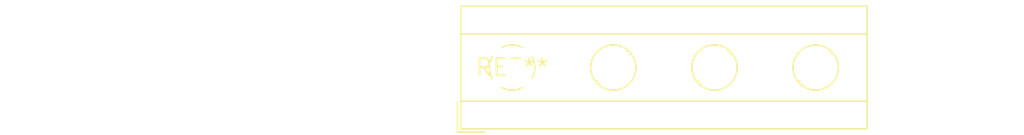
<source format=kicad_pcb>
(kicad_pcb (version 20240108) (generator pcbnew)
  (layers (0 "F.Cu" signal) (31 "B.Cu" signal) (34 "B.Paste" user) (35 "F.Paste" user) (36 "B.SilkS" user "B.Silkscreen") (37 "F.SilkS" user "F.Silkscreen") (38 "B.Mask" user) (39 "F.Mask" user) (44 "Edge.Cuts" user))
  (net 0 "")
  (footprint "TerminalBlock_MetzConnect_Type171_RT13704HBWC_1x04_P7.50mm_Horizontal" (layer "F.Cu") (at 0 0)
    (property "Reference" "REF**")
    (property "Value" "TerminalBlock_MetzConnect_Type171_RT13704HBWC_1x04_P7.50mm_Horizontal")
    (fp_line (start -4.05 2.56) (end -4.05 4.8) (layer "F.SilkS") (stroke (width 0.12)))
    (fp_line (start -4.05 4.8) (end -2.05 4.8) (layer "F.SilkS") (stroke (width 0.12)))
    (fp_line (start -3.81 -4.56) (end -3.81 4.56) (layer "F.SilkS") (stroke (width 0.12)))
    (fp_line (start -3.81 -4.56) (end 26.31 -4.56) (layer "F.SilkS") (stroke (width 0.12)))
    (fp_line (start -3.81 -2.5) (end 26.31 -2.5) (layer "F.SilkS") (stroke (width 0.12)))
    (fp_line (start -3.81 2.5) (end 26.31 2.5) (layer "F.SilkS") (stroke (width 0.12)))
    (fp_line (start -3.81 4.56) (end 26.31 4.56) (layer "F.SilkS") (stroke (width 0.12)))
    (fp_line (start 6.32 0.976) (end 6.226 1.069) (layer "F.SilkS") (stroke (width 0.12)))
    (fp_line (start 6.49 1.216) (end 6.431 1.274) (layer "F.SilkS") (stroke (width 0.12)))
    (fp_line (start 8.57 -1.275) (end 8.511 -1.216) (layer "F.SilkS") (stroke (width 0.12)))
    (fp_line (start 8.775 -1.069) (end 8.681 -0.976) (layer "F.SilkS") (stroke (width 0.12)))
    (fp_line (start 13.82 0.976) (end 13.726 1.069) (layer "F.SilkS") (stroke (width 0.12)))
    (fp_line (start 13.99 1.216) (end 13.931 1.274) (layer "F.SilkS") (stroke (width 0.12)))
    (fp_line (start 16.07 -1.275) (end 16.011 -1.216) (layer "F.SilkS") (stroke (width 0.12)))
    (fp_line (start 16.275 -1.069) (end 16.181 -0.976) (layer "F.SilkS") (stroke (width 0.12)))
    (fp_line (start 21.32 0.976) (end 21.226 1.069) (layer "F.SilkS") (stroke (width 0.12)))
    (fp_line (start 21.49 1.216) (end 21.431 1.274) (layer "F.SilkS") (stroke (width 0.12)))
    (fp_line (start 23.57 -1.275) (end 23.511 -1.216) (layer "F.SilkS") (stroke (width 0.12)))
    (fp_line (start 23.775 -1.069) (end 23.681 -0.976) (layer "F.SilkS") (stroke (width 0.12)))
    (fp_line (start 26.31 -4.56) (end 26.31 4.56) (layer "F.SilkS") (stroke (width 0.12)))
    (fp_arc (start -1.483953 0.789089) (mid -1.680708 5e-05) (end -1.484 -0.789) (layer "F.SilkS") (stroke (width 0.12)))
    (fp_arc (start -0.789089 -1.483953) (mid -5e-05 -1.680708) (end 0.789 -1.484) (layer "F.SilkS") (stroke (width 0.12)))
    (fp_arc (start 0.029383 1.68045) (mid -0.392304 1.634281) (end -0.789 1.484) (layer "F.SilkS") (stroke (width 0.12)))
    (fp_arc (start 0.788712 1.483352) (mid 0.406429 1.630097) (end 0 1.68) (layer "F.SilkS") (stroke (width 0.12)))
    (fp_arc (start 1.483953 -0.789089) (mid 1.680708 -5e-05) (end 1.484 0.789) (layer "F.SilkS") (stroke (width 0.12)))
    (fp_circle (center 7.5 0) (end 9.18 0) (layer "F.SilkS") (stroke (width 0.12)) (fill none))
    (fp_circle (center 15 0) (end 16.68 0) (layer "F.SilkS") (stroke (width 0.12)) (fill none))
    (fp_circle (center 22.5 0) (end 24.18 0) (layer "F.SilkS") (stroke (width 0.12)) (fill none))
    (pad "1" thru_hole rect (at 0 0) (size 2.5 2.5) (drill 1.3) (layers *.Cu *.Mask) (remove_unused_layers))
    (pad "2" thru_hole circle (at 7.5 0) (size 2.5 2.5) (drill 1.3) (layers *.Cu *.Mask) (remove_unused_layers))
    (pad "3" thru_hole circle (at 15 0) (size 2.5 2.5) (drill 1.3) (layers *.Cu *.Mask) (remove_unused_layers))
    (pad "4" thru_hole circle (at 22.5 0) (size 2.5 2.5) (drill 1.3) (layers *.Cu *.Mask) (remove_unused_layers))
  )
)
</source>
